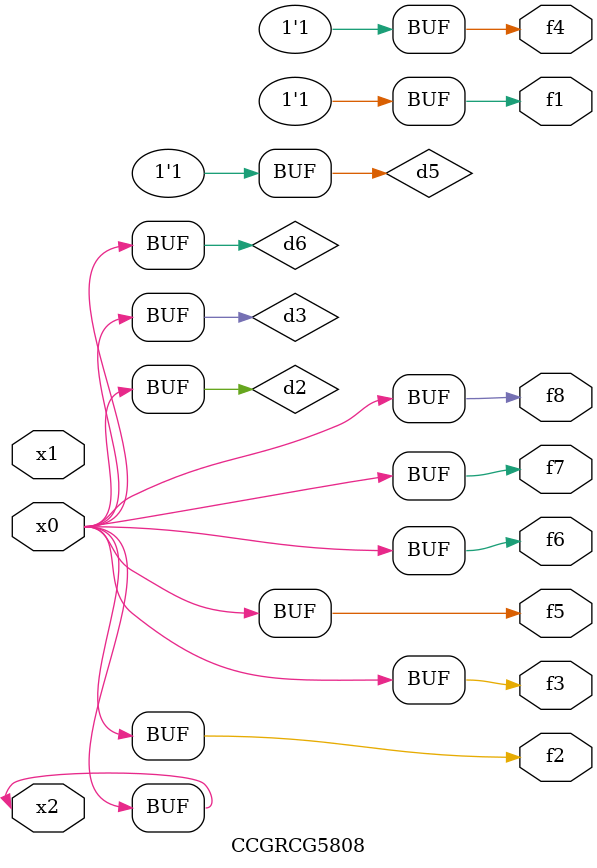
<source format=v>
module CCGRCG5808(
	input x0, x1, x2,
	output f1, f2, f3, f4, f5, f6, f7, f8
);

	wire d1, d2, d3, d4, d5, d6;

	xnor (d1, x2);
	buf (d2, x0, x2);
	and (d3, x0);
	xnor (d4, x1, x2);
	nand (d5, d1, d3);
	buf (d6, d2, d3);
	assign f1 = d5;
	assign f2 = d6;
	assign f3 = d6;
	assign f4 = d5;
	assign f5 = d6;
	assign f6 = d6;
	assign f7 = d6;
	assign f8 = d6;
endmodule

</source>
